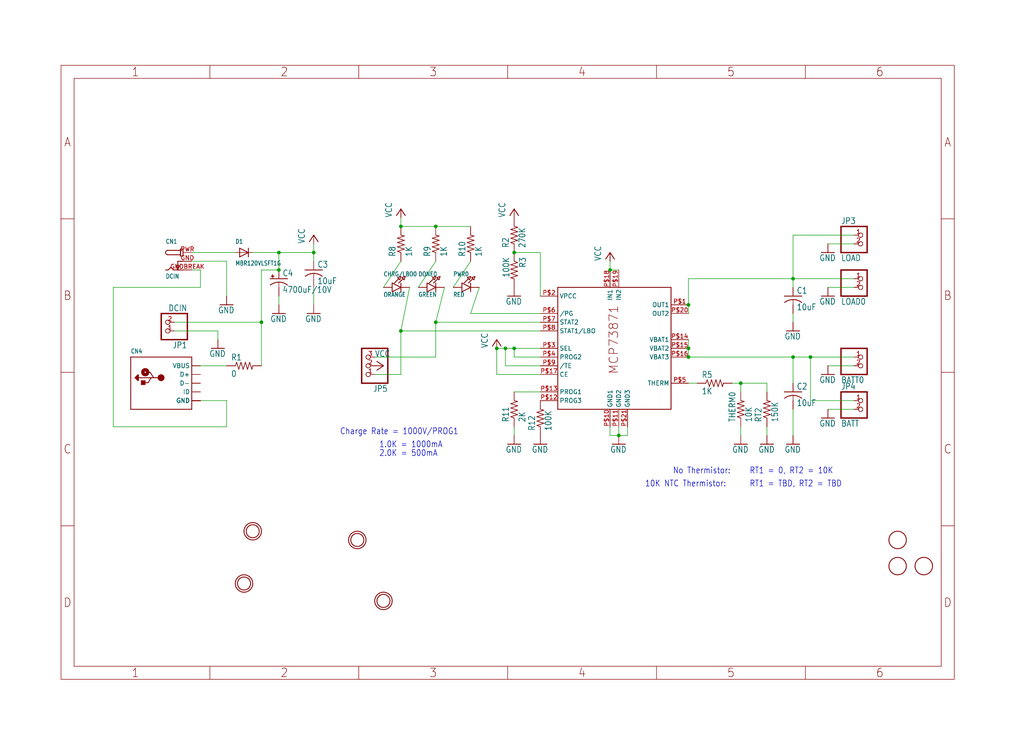
<source format=kicad_sch>
(kicad_sch (version 20230121) (generator eeschema)
  (paper "User" 298.45 217.322)
  (lib_symbols
    (symbol "working-eagle-import:C-USC0805K"
      (property "Reference" "C" (at 1.016 0.635 0))
      (symbol "C-USC0805K_1_0"
        (arc (start 0 -1.0161) (mid -1.302 -1.2303) (end -2.4668 -1.8504) (stroke (width 0.254)))
        (polyline (pts (xy -2.54 0) (xy 2.54 0)) (stroke (width 0.254)))
        (polyline (pts (xy 0 -1.016) (xy 0 -2.54)) (stroke (width 0.1524)))
        (arc (start 2.4892 -1.8541) (mid 1.3158 -1.2194) (end 0 -1) (stroke (width 0.254)))
        (pin passive line (at 0 2.54 270) (length 2.54) (name "1") (number "1"))
        (pin passive line (at 0 -5.08 90) (length 2.54) (name "2") (number "2"))
      )
    )
    (symbol "working-eagle-import:CPOL-USE5-13"
      (property "Reference" "C" (at 1.016 0.635 0))
      (symbol "CPOL-USE5-13_1_0"
        (rectangle (start -2.253 0.668) (end -1.364 0.795) (fill (type outline)))
        (rectangle (start -1.872 0.287) (end -1.745 1.176) (fill (type outline)))
        (arc (start 0 -1.0161) (mid -1.3021 -1.2303) (end -2.4669 -1.8504) (stroke (width 0.254)))
        (polyline (pts (xy -2.54 0) (xy 2.54 0)) (stroke (width 0.254)))
        (polyline (pts (xy 0 -1.016) (xy 0 -2.54)) (stroke (width 0.1524)))
        (arc (start 2.4892 -1.8541) (mid 1.3158 -1.2194) (end 0 -1) (stroke (width 0.254)))
        (pin passive line (at 0 2.54 270) (length 2.54) (name "+") (number "+"))
        (pin passive line (at 0 -5.08 90) (length 2.54) (name "-") (number "-"))
      )
    )
    (symbol "working-eagle-import:DCBARRELSMT"
      (property "Reference" "X" (at -5.08 5.08 0))
      (symbol "DCBARRELSMT_1_0"
        (arc (start -4.445 3.175) (mid -5.0773 2.54) (end -4.445 1.905) (stroke (width 0.254)))
        (polyline (pts (xy -5.08 -2.54) (xy -4.318 -2.54)) (stroke (width 0.254)))
        (polyline (pts (xy -4.318 -2.54) (xy -3.556 -1.778)) (stroke (width 0.254)))
        (polyline (pts (xy -3.556 -1.778) (xy -2.794 -2.54)) (stroke (width 0.254)))
        (polyline (pts (xy -2.032 -1.27) (xy -1.524 -1.27)) (stroke (width 0.254)))
        (polyline (pts (xy -1.524 -2.54) (xy -2.794 -2.54)) (stroke (width 0.254)))
        (polyline (pts (xy -1.524 -2.54) (xy -2.032 -1.27)) (stroke (width 0.254)))
        (polyline (pts (xy -1.524 -1.27) (xy -1.016 -1.27)) (stroke (width 0.254)))
        (polyline (pts (xy -1.524 0) (xy -1.524 -1.27)) (stroke (width 0.254)))
        (polyline (pts (xy -1.016 -1.27) (xy -1.524 -2.54)) (stroke (width 0.254)))
        (polyline (pts (xy -0.762 1.524) (xy -0.762 3.556)) (stroke (width 0.254)))
        (polyline (pts (xy -0.762 1.905) (xy -4.445 1.905)) (stroke (width 0.254)))
        (polyline (pts (xy -0.762 3.175) (xy -4.445 3.175)) (stroke (width 0.254)))
        (polyline (pts (xy -0.762 3.175) (xy -0.762 1.905)) (stroke (width 0.254)))
        (polyline (pts (xy -0.762 3.556) (xy 0 3.556)) (stroke (width 0.254)))
        (polyline (pts (xy 0 -2.54) (xy -1.524 -2.54)) (stroke (width 0.254)))
        (polyline (pts (xy 0 0) (xy -1.524 0)) (stroke (width 0.254)))
        (polyline (pts (xy 0 1.524) (xy -0.762 1.524)) (stroke (width 0.254)))
        (polyline (pts (xy 0 3.556) (xy 0 1.524)) (stroke (width 0.254)))
        (pin power_in line (at 2.54 0 180) (length 2.54) (name "GNDBREAK") (number "GND"))
        (pin power_in line (at 2.54 -2.54 180) (length 2.54) (name "GND") (number "GNDBREAK"))
        (pin power_in line (at 2.54 2.54 180) (length 2.54) (name "PWR") (number "PWR"))
      )
    )
    (symbol "working-eagle-import:DIODESOD-123"
      (property "Reference" "D" (at -2.54 2.54 0))
      (symbol "DIODESOD-123_1_0"
        (polyline (pts (xy -1.27 -1.27) (xy 1.27 0)) (stroke (width 0.254)))
        (polyline (pts (xy -1.27 1.27) (xy -1.27 -1.27)) (stroke (width 0.254)))
        (polyline (pts (xy 1.27 0) (xy -1.27 1.27)) (stroke (width 0.254)))
        (polyline (pts (xy 1.27 0) (xy 1.27 -1.27)) (stroke (width 0.254)))
        (polyline (pts (xy 1.27 1.27) (xy 1.27 0)) (stroke (width 0.254)))
        (pin passive line (at -2.54 0 0) (length 2.54) (name "A") (number "A"))
        (pin passive line (at 2.54 0 180) (length 2.54) (name "C") (number "C"))
      )
    )
    (symbol "working-eagle-import:FIDUCIAL"
      (symbol "FIDUCIAL_1_0"
        (circle (center 0 0) (radius 2.54) (stroke (width 0.254)))
      )
    )
    (symbol "working-eagle-import:FRAME_A4"
      (symbol "FRAME_A4_1_0"
        (polyline (pts (xy 0 44.7675) (xy 3.81 44.7675)))
        (polyline (pts (xy 0 89.535) (xy 3.81 89.535)))
        (polyline (pts (xy 0 134.3025) (xy 3.81 134.3025)))
        (polyline (pts (xy 3.81 3.81) (xy 3.81 175.26)))
        (polyline (pts (xy 43.3917 0) (xy 43.3917 3.81)))
        (polyline (pts (xy 43.3917 175.26) (xy 43.3917 179.07)))
        (polyline (pts (xy 86.7833 0) (xy 86.7833 3.81)))
        (polyline (pts (xy 86.7833 175.26) (xy 86.7833 179.07)))
        (polyline (pts (xy 130.175 0) (xy 130.175 3.81)))
        (polyline (pts (xy 130.175 175.26) (xy 130.175 179.07)))
        (polyline (pts (xy 173.5667 0) (xy 173.5667 3.81)))
        (polyline (pts (xy 173.5667 175.26) (xy 173.5667 179.07)))
        (polyline (pts (xy 216.9583 0) (xy 216.9583 3.81)))
        (polyline (pts (xy 216.9583 175.26) (xy 216.9583 179.07)))
        (polyline (pts (xy 256.54 3.81) (xy 3.81 3.81)))
        (polyline (pts (xy 256.54 3.81) (xy 256.54 8.89)) (stroke (width 0.1016)))
        (polyline (pts (xy 256.54 3.81) (xy 256.54 175.26)))
        (polyline (pts (xy 256.54 8.89) (xy 256.54 13.97)) (stroke (width 0.1016)))
        (polyline (pts (xy 256.54 13.97) (xy 256.54 19.05)) (stroke (width 0.1016)))
        (polyline (pts (xy 256.54 19.05) (xy 256.54 36.83)) (stroke (width 0.1016)))
        (polyline (pts (xy 256.54 44.7675) (xy 260.35 44.7675)))
        (polyline (pts (xy 256.54 89.535) (xy 260.35 89.535)))
        (polyline (pts (xy 256.54 134.3025) (xy 260.35 134.3025)))
        (polyline (pts (xy 256.54 175.26) (xy 3.81 175.26)))
        (polyline (pts (xy 0 0) (xy 260.35 0) (xy 260.35 179.07) (xy 0 179.07) (xy 0 0)))
        (text "1" (at 21.6958 1.905 0) (effects (font (size 2.54 2.286))))
        (text "1" (at 21.6958 177.165 0) (effects (font (size 2.54 2.286))))
        (text "2" (at 65.0875 1.905 0) (effects (font (size 2.54 2.286))))
        (text "2" (at 65.0875 177.165 0) (effects (font (size 2.54 2.286))))
        (text "3" (at 108.4792 1.905 0) (effects (font (size 2.54 2.286))))
        (text "3" (at 108.4792 177.165 0) (effects (font (size 2.54 2.286))))
        (text "4" (at 151.8708 1.905 0) (effects (font (size 2.54 2.286))))
        (text "4" (at 151.8708 177.165 0) (effects (font (size 2.54 2.286))))
        (text "5" (at 195.2625 1.905 0) (effects (font (size 2.54 2.286))))
        (text "5" (at 195.2625 177.165 0) (effects (font (size 2.54 2.286))))
        (text "6" (at 238.6542 1.905 0) (effects (font (size 2.54 2.286))))
        (text "6" (at 238.6542 177.165 0) (effects (font (size 2.54 2.286))))
        (text "A" (at 1.905 156.6863 0) (effects (font (size 2.54 2.286))))
        (text "A" (at 258.445 156.6863 0) (effects (font (size 2.54 2.286))))
        (text "B" (at 1.905 111.9188 0) (effects (font (size 2.54 2.286))))
        (text "B" (at 258.445 111.9188 0) (effects (font (size 2.54 2.286))))
        (text "C" (at 1.905 67.1513 0) (effects (font (size 2.54 2.286))))
        (text "C" (at 258.445 67.1513 0) (effects (font (size 2.54 2.286))))
        (text "D" (at 1.905 22.3838 0) (effects (font (size 2.54 2.286))))
        (text "D" (at 258.445 22.3838 0) (effects (font (size 2.54 2.286))))
      )
      (symbol "FRAME_A4_2_0"
        (polyline (pts (xy 1.27 -6.35) (xy 1.27 0)) (stroke (width 0.1016)))
        (polyline (pts (xy 1.27 0) (xy 82.55 0)) (stroke (width 0.1016)))
        (polyline (pts (xy 82.55 -6.35) (xy 1.27 -6.35)) (stroke (width 0.1016)))
        (polyline (pts (xy 82.55 0) (xy 82.55 -6.35)) (stroke (width 0.1016)))
        (text "PART OR WHOLE IS STRICTLY PROHIBITED WITHOUT WRITTEN PERMISSION!" (at 3.81 -5.08 0) (effects (font (size 1.27 1.0795)) (justify left bottom)))
        (text "PROPRIETARY" (at 3.81 -10.16 0) (effects (font (size 2.54 2.159) (thickness 0.4318) bold) (justify left bottom)))
        (text "THIS DRAWING CONTAINS CONFIDENTIAL INFORMATION. ANY REPRODUCTION IN" (at 3.81 -2.794 0) (effects (font (size 1.27 1.0795)) (justify left bottom)))
      )
      (symbol "FRAME_A4_3_0"
        (polyline (pts (xy 0 1.27) (xy 20.32 1.27)) (stroke (width 0.6096)))
        (polyline (pts (xy 0 10.16) (xy 0 1.27)) (stroke (width 0.6096)))
        (polyline (pts (xy 0 10.16) (xy 20.32 10.16)) (stroke (width 0.3048)))
        (polyline (pts (xy 0 19.05) (xy 0 10.16)) (stroke (width 0.6096)))
        (polyline (pts (xy 0 19.05) (xy 20.32 19.05)) (stroke (width 0.3048)))
        (polyline (pts (xy 0 27.94) (xy 0 19.05)) (stroke (width 0.6096)))
        (polyline (pts (xy 0 27.94) (xy 20.32 27.94)) (stroke (width 0.3048)))
        (polyline (pts (xy 0 34.29) (xy 0 27.94)) (stroke (width 0.6096)))
        (polyline (pts (xy 20.32 1.27) (xy 20.32 6.35)) (stroke (width 0.3048)))
        (polyline (pts (xy 20.32 1.27) (xy 95.885 1.27)) (stroke (width 0.6096)))
        (polyline (pts (xy 20.32 6.35) (xy 20.32 10.16)) (stroke (width 0.3048)))
        (polyline (pts (xy 20.32 6.35) (xy 88.9 6.35)) (stroke (width 0.3048)))
        (polyline (pts (xy 20.32 10.16) (xy 20.32 19.05)) (stroke (width 0.3048)))
        (polyline (pts (xy 20.32 16.51) (xy 20.32 19.05)) (stroke (width 0.3048)))
        (polyline (pts (xy 20.32 19.05) (xy 20.32 27.94)) (stroke (width 0.3048)))
        (polyline (pts (xy 20.32 27.94) (xy 20.32 34.29)) (stroke (width 0.3048)))
        (polyline (pts (xy 20.32 27.94) (xy 65.0875 27.94)) (stroke (width 0.3048)))
        (polyline (pts (xy 20.32 34.29) (xy 0 34.29)) (stroke (width 0.6096)))
        (polyline (pts (xy 65.0875 27.94) (xy 106.045 27.94)) (stroke (width 0.3048)))
        (polyline (pts (xy 65.0875 34.29) (xy 20.32 34.29)) (stroke (width 0.6096)))
        (polyline (pts (xy 88.9 6.35) (xy 95.885 6.35)) (stroke (width 0.3048)))
        (polyline (pts (xy 88.9 16.51) (xy 20.32 16.51)) (stroke (width 0.3048)))
        (polyline (pts (xy 88.9 16.51) (xy 88.9 6.35)) (stroke (width 0.3048)))
        (polyline (pts (xy 95.885 1.27) (xy 121.92 1.27)) (stroke (width 0.6096)))
        (polyline (pts (xy 95.885 6.35) (xy 95.885 1.27)) (stroke (width 0.3048)))
        (polyline (pts (xy 95.885 6.35) (xy 121.92 6.35)) (stroke (width 0.3048)))
        (polyline (pts (xy 101.6 13.0175) (xy 102.5525 13.0175)) (stroke (width 0.254)))
        (polyline (pts (xy 106.045 27.94) (xy 106.045 34.29)) (stroke (width 0.3048)))
        (polyline (pts (xy 106.045 27.94) (xy 110.49 27.94)) (stroke (width 0.3048)))
        (polyline (pts (xy 106.045 34.29) (xy 65.0875 34.29)) (stroke (width 0.6096)))
        (polyline (pts (xy 110.49 16.51) (xy 88.9 16.51)) (stroke (width 0.3048)))
        (polyline (pts (xy 110.49 27.94) (xy 110.49 16.51)) (stroke (width 0.3048)))
        (polyline (pts (xy 110.49 27.94) (xy 113.03 27.94)) (stroke (width 0.3048)))
        (polyline (pts (xy 113.03 27.94) (xy 121.92 27.94)) (stroke (width 0.3048)))
        (polyline (pts (xy 113.03 34.29) (xy 106.045 34.29)) (stroke (width 0.6096)))
        (polyline (pts (xy 121.92 6.35) (xy 121.92 1.27)) (stroke (width 0.6096)))
        (polyline (pts (xy 121.92 16.51) (xy 110.49 16.51)) (stroke (width 0.3048)))
        (polyline (pts (xy 121.92 16.51) (xy 121.92 6.35)) (stroke (width 0.6096)))
        (polyline (pts (xy 121.92 27.94) (xy 121.92 16.51)) (stroke (width 0.6096)))
        (polyline (pts (xy 121.92 34.29) (xy 113.03 34.29)) (stroke (width 0.6096)))
        (polyline (pts (xy 121.92 34.29) (xy 121.92 27.94)) (stroke (width 0.6096)))
        (circle (center 109.5375 31.115) (radius 1.4199) (stroke (width 0.254)))
        (text "${#}/${##}" (at 109.22 2.54 0) (effects (font (size 2.54 2.54)) (justify left bottom)))
        (text "${CHECKED}" (at 2.54 11.43 0) (effects (font (size 1.778 1.5113)) (justify left bottom)))
        (text "${COMPANY}" (at 23.6538 29.3687 0) (effects (font (size 3.175 2.6987) (thickness 0.5397) bold) (justify left bottom)))
        (text "${CURRENT_DATE}" (at 33.02 8.89 0) (effects (font (size 2.54 2.159)) (justify left bottom)))
        (text "${DATE}" (at 2.54 2.54 0) (effects (font (size 1.778 1.5113)) (justify left bottom)))
        (text "${DRAWN}" (at 2.54 20.32 0) (effects (font (size 1.778 1.5113)) (justify left bottom)))
        (text "${DRGNO}" (at 91.44 8.89 0) (effects (font (size 2.1844 1.8567)) (justify left bottom)))
        (text "${PROJECTNAME}" (at 33.3375 2.54 0) (effects (font (size 2.54 2.159)) (justify left bottom)))
        (text "${REV}" (at 114.3 18.415 0) (effects (font (size 3.81 3.2385)) (justify left bottom)))
        (text "2013" (at 112.7125 30.1625 0) (effects (font (size 1.778 1.5113)) (justify left bottom)))
        (text "C" (at 109.0612 30.48 0) (effects (font (size 1.27 1.0795)) (justify left bottom)))
        (text "CHECKED" (at 1.27 15.875 0) (effects (font (size 1.778 1.5113)) (justify left bottom)))
        (text "DATE" (at 1.27 6.985 0) (effects (font (size 1.778 1.5113)) (justify left bottom)))
        (text "DATE" (at 21.59 12.7 0) (effects (font (size 2.54 2.54)) (justify left bottom)))
        (text "DRAWN" (at 1.27 24.765 0) (effects (font (size 1.778 1.5113)) (justify left bottom)))
        (text "DRG" (at 90.17 12.7 0) (effects (font (size 2.54 2.54)) (justify left bottom)))
        (text "FILE:" (at 21.59 2.54 0) (effects (font (size 2.54 2.54)) (justify left bottom)))
        (text "ISSUE" (at 5.3975 30.1625 0) (effects (font (size 1.9304 1.6408)) (justify left bottom)))
        (text "N" (at 98.7425 12.7 0) (effects (font (size 2.54 2.54)) (justify left bottom)))
        (text "o" (at 101.2825 13.6525 0) (effects (font (size 2.1844 1.8567)) (justify left bottom)))
        (text "PAGE:" (at 97.155 2.54 0) (effects (font (size 2.54 2.54)) (justify left bottom)))
        (text "REV" (at 112.7125 24.13 0) (effects (font (size 2.54 2.54)) (justify left bottom)))
        (text "TITLE" (at 21.59 24.13 0) (effects (font (size 2.54 2.54)) (justify left bottom)))
      )
    )
    (symbol "working-eagle-import:GND" (power)
      (property "Value" "GND" (at -2.54 -2.54 0))
      (symbol "GND_1_0"
        (polyline (pts (xy -1.905 0) (xy 1.905 0)) (stroke (width 0.254)))
        (pin power_in line (at 0 2.54 270) (length 2.54) (name "GND") (number "1"))
      )
    )
    (symbol "working-eagle-import:HEADER-1X2"
      (property "Reference" "JP" (at -6.35 5.715 0))
      (symbol "HEADER-1X2_1_0"
        (polyline (pts (xy -6.35 -2.54) (xy 1.27 -2.54)) (stroke (width 0.4064)))
        (polyline (pts (xy -6.35 5.08) (xy -6.35 -2.54)) (stroke (width 0.4064)))
        (polyline (pts (xy 1.27 -2.54) (xy 1.27 5.08)) (stroke (width 0.4064)))
        (polyline (pts (xy 1.27 5.08) (xy -6.35 5.08)) (stroke (width 0.4064)))
        (pin passive inverted (at -2.54 2.54 0) (length 2.54) (name "1") (number "1"))
        (pin passive inverted (at -2.54 0 0) (length 2.54) (name "2") (number "2"))
      )
    )
    (symbol "working-eagle-import:HEADER-1X2ROUND"
      (property "Reference" "JP" (at -6.35 5.715 0))
      (symbol "HEADER-1X2ROUND_1_0"
        (polyline (pts (xy -6.35 -2.54) (xy 1.27 -2.54)) (stroke (width 0.4064)))
        (polyline (pts (xy -6.35 5.08) (xy -6.35 -2.54)) (stroke (width 0.4064)))
        (polyline (pts (xy 1.27 -2.54) (xy 1.27 5.08)) (stroke (width 0.4064)))
        (polyline (pts (xy 1.27 5.08) (xy -6.35 5.08)) (stroke (width 0.4064)))
        (pin passive inverted (at -2.54 2.54 0) (length 2.54) (name "1") (number "1"))
        (pin passive inverted (at -2.54 0 0) (length 2.54) (name "2") (number "2"))
      )
    )
    (symbol "working-eagle-import:JST_2PIN-SMT-RA"
      (property "Reference" "CN" (at -6.35 5.715 0))
      (symbol "JST_2PIN-SMT-RA_1_0"
        (polyline (pts (xy -6.35 -2.54) (xy 1.27 -2.54)) (stroke (width 0.4064)))
        (polyline (pts (xy -6.35 5.08) (xy -6.35 -2.54)) (stroke (width 0.4064)))
        (polyline (pts (xy 1.27 -2.54) (xy 1.27 5.08)) (stroke (width 0.4064)))
        (polyline (pts (xy 1.27 5.08) (xy -6.35 5.08)) (stroke (width 0.4064)))
        (pin passive inverted (at -2.54 0 0) (length 2.54) (name "2") (number "1"))
        (pin passive inverted (at -2.54 2.54 0) (length 2.54) (name "1") (number "2"))
      )
    )
    (symbol "working-eagle-import:LED0805_NOOUTLINE"
      (property "Reference" "LED" (at -5.08 3.175 0))
      (symbol "LED0805_NOOUTLINE_1_0"
        (polyline (pts (xy -2.54 -1.27) (xy 0 0)) (stroke (width 0.254)))
        (polyline (pts (xy -2.54 1.27) (xy -2.54 -1.27)) (stroke (width 0.254)))
        (polyline (pts (xy -1.905 1.27) (xy -0.635 2.54)) (stroke (width 0.254)))
        (polyline (pts (xy -0.9525 2.8575) (xy -0.3175 2.2225)) (stroke (width 0.254)))
        (polyline (pts (xy -0.635 1.27) (xy 0.635 2.54)) (stroke (width 0.254)))
        (polyline (pts (xy -0.3175 2.2225) (xy 0 3.175)) (stroke (width 0.254)))
        (polyline (pts (xy 0 0) (xy -2.54 1.27)) (stroke (width 0.254)))
        (polyline (pts (xy 0 0) (xy 0 -1.27)) (stroke (width 0.254)))
        (polyline (pts (xy 0 1.27) (xy 0 0)) (stroke (width 0.254)))
        (polyline (pts (xy 0 3.175) (xy -0.9525 2.8575)) (stroke (width 0.254)))
        (polyline (pts (xy 0.3175 2.8575) (xy 0.9525 2.2225)) (stroke (width 0.254)))
        (polyline (pts (xy 0.9525 2.2225) (xy 1.27 3.175)) (stroke (width 0.254)))
        (polyline (pts (xy 1.27 3.175) (xy 0.3175 2.8575)) (stroke (width 0.254)))
        (pin passive line (at -5.08 0 0) (length 2.54) (name "A") (number "A"))
        (pin passive line (at 2.54 0 180) (length 2.54) (name "C") (number "C"))
      )
    )
    (symbol "working-eagle-import:MCP73871"
      (symbol "MCP73871_1_0"
        (polyline (pts (xy -15.24 -17.78) (xy -15.24 17.78)) (stroke (width 0.254)))
        (polyline (pts (xy -15.24 17.78) (xy 17.78 17.78)) (stroke (width 0.254)))
        (polyline (pts (xy 17.78 -17.78) (xy -15.24 -17.78)) (stroke (width 0.254)))
        (polyline (pts (xy 17.78 17.78) (xy 17.78 -17.78)) (stroke (width 0.254)))
        (text "MCP73871" (at 2.54 -7.62 900) (effects (font (size 2.54 2.54)) (justify left bottom)))
        (pin output line (at 22.86 12.7 180) (length 5.08) (name "OUT1") (number "P$1"))
        (pin power_in line (at 0 -22.86 90) (length 5.08) (name "GND1") (number "P$10"))
        (pin power_in line (at 2.54 -22.86 90) (length 5.08) (name "GND2") (number "P$11"))
        (pin input line (at -20.32 -15.24 0) (length 5.08) (name "PROG3") (number "P$12"))
        (pin input line (at -20.32 -12.7 0) (length 5.08) (name "PROG1") (number "P$13"))
        (pin output line (at 22.86 2.54 180) (length 5.08) (name "VBAT1") (number "P$14"))
        (pin output line (at 22.86 0 180) (length 5.08) (name "VBAT2") (number "P$15"))
        (pin output line (at 22.86 -2.54 180) (length 5.08) (name "VBAT3") (number "P$16"))
        (pin input line (at -20.32 -7.62 0) (length 5.08) (name "CE") (number "P$17"))
        (pin input line (at 0 22.86 270) (length 5.08) (name "IN1") (number "P$18"))
        (pin input line (at 2.54 22.86 270) (length 5.08) (name "IN2") (number "P$19"))
        (pin input line (at -20.32 15.24 0) (length 5.08) (name "VPCC") (number "P$2"))
        (pin output line (at 22.86 10.16 180) (length 5.08) (name "OUT2") (number "P$20"))
        (pin power_in line (at 5.08 -22.86 90) (length 5.08) (name "GND3") (number "P$21"))
        (pin input line (at -20.32 0 0) (length 5.08) (name "SEL") (number "P$3"))
        (pin input line (at -20.32 -2.54 0) (length 5.08) (name "PROG2") (number "P$4"))
        (pin input line (at 22.86 -10.16 180) (length 5.08) (name "THERM") (number "P$5"))
        (pin output line (at -20.32 10.16 0) (length 5.08) (name "/PG") (number "P$6"))
        (pin output line (at -20.32 7.62 0) (length 5.08) (name "STAT2") (number "P$7"))
        (pin output line (at -20.32 5.08 0) (length 5.08) (name "STAT1/LBO") (number "P$8"))
        (pin input line (at -20.32 -5.08 0) (length 5.08) (name "/TE") (number "P$9"))
      )
    )
    (symbol "working-eagle-import:MOUNTINGHOLE2.5"
      (symbol "MOUNTINGHOLE2.5_1_0"
        (circle (center 0 0) (radius 1.905) (stroke (width 0.254)))
        (circle (center 0 0) (radius 2.54) (stroke (width 0.254)))
      )
    )
    (symbol "working-eagle-import:PINHD-1X3CB"
      (property "Reference" "JP" (at -6.35 5.715 0))
      (symbol "PINHD-1X3CB_1_0"
        (polyline (pts (xy -6.35 -5.08) (xy 1.27 -5.08)) (stroke (width 0.4064)))
        (polyline (pts (xy -6.35 5.08) (xy -6.35 -5.08)) (stroke (width 0.4064)))
        (polyline (pts (xy 1.27 -5.08) (xy 1.27 5.08)) (stroke (width 0.4064)))
        (polyline (pts (xy 1.27 5.08) (xy -6.35 5.08)) (stroke (width 0.4064)))
        (pin passive inverted (at -2.54 2.54 0) (length 2.54) (name "1") (number "1"))
        (pin passive inverted (at -2.54 0 0) (length 2.54) (name "2") (number "2"))
        (pin passive inverted (at -2.54 -2.54 0) (length 2.54) (name "3") (number "3"))
      )
    )
    (symbol "working-eagle-import:R-US_FLIPFLOP"
      (property "Reference" "R" (at -3.81 1.4986 0))
      (symbol "R-US_FLIPFLOP_1_0"
        (polyline (pts (xy -2.54 0) (xy -2.159 1.016)) (stroke (width 0.2032)))
        (polyline (pts (xy -2.159 1.016) (xy -1.524 -1.016)) (stroke (width 0.2032)))
        (polyline (pts (xy -1.524 -1.016) (xy -0.889 1.016)) (stroke (width 0.2032)))
        (polyline (pts (xy -0.889 1.016) (xy -0.254 -1.016)) (stroke (width 0.2032)))
        (polyline (pts (xy -0.254 -1.016) (xy 0.381 1.016)) (stroke (width 0.2032)))
        (polyline (pts (xy 0.381 1.016) (xy 1.016 -1.016)) (stroke (width 0.2032)))
        (polyline (pts (xy 1.016 -1.016) (xy 1.651 1.016)) (stroke (width 0.2032)))
        (polyline (pts (xy 1.651 1.016) (xy 2.286 -1.016)) (stroke (width 0.2032)))
        (polyline (pts (xy 2.286 -1.016) (xy 2.54 0)) (stroke (width 0.2032)))
        (pin passive line (at -5.08 0 0) (length 2.54) (name "1") (number "1"))
        (pin passive line (at 5.08 0 180) (length 2.54) (name "2") (number "2"))
      )
    )
    (symbol "working-eagle-import:R-US_M0805"
      (property "Reference" "R" (at -3.81 1.4986 0))
      (symbol "R-US_M0805_1_0"
        (polyline (pts (xy -2.54 0) (xy -2.159 1.016)) (stroke (width 0.2032)))
        (polyline (pts (xy -2.159 1.016) (xy -1.524 -1.016)) (stroke (width 0.2032)))
        (polyline (pts (xy -1.524 -1.016) (xy -0.889 1.016)) (stroke (width 0.2032)))
        (polyline (pts (xy -0.889 1.016) (xy -0.254 -1.016)) (stroke (width 0.2032)))
        (polyline (pts (xy -0.254 -1.016) (xy 0.381 1.016)) (stroke (width 0.2032)))
        (polyline (pts (xy 0.381 1.016) (xy 1.016 -1.016)) (stroke (width 0.2032)))
        (polyline (pts (xy 1.016 -1.016) (xy 1.651 1.016)) (stroke (width 0.2032)))
        (polyline (pts (xy 1.651 1.016) (xy 2.286 -1.016)) (stroke (width 0.2032)))
        (polyline (pts (xy 2.286 -1.016) (xy 2.54 0)) (stroke (width 0.2032)))
        (pin passive line (at -5.08 0 0) (length 2.54) (name "1") (number "1"))
        (pin passive line (at 5.08 0 180) (length 2.54) (name "2") (number "2"))
      )
    )
    (symbol "working-eagle-import:R-US_R0805"
      (property "Reference" "R" (at -3.81 1.4986 0))
      (symbol "R-US_R0805_1_0"
        (polyline (pts (xy -2.54 0) (xy -2.159 1.016)) (stroke (width 0.2032)))
        (polyline (pts (xy -2.159 1.016) (xy -1.524 -1.016)) (stroke (width 0.2032)))
        (polyline (pts (xy -1.524 -1.016) (xy -0.889 1.016)) (stroke (width 0.2032)))
        (polyline (pts (xy -0.889 1.016) (xy -0.254 -1.016)) (stroke (width 0.2032)))
        (polyline (pts (xy -0.254 -1.016) (xy 0.381 1.016)) (stroke (width 0.2032)))
        (polyline (pts (xy 0.381 1.016) (xy 1.016 -1.016)) (stroke (width 0.2032)))
        (polyline (pts (xy 1.016 -1.016) (xy 1.651 1.016)) (stroke (width 0.2032)))
        (polyline (pts (xy 1.651 1.016) (xy 2.286 -1.016)) (stroke (width 0.2032)))
        (polyline (pts (xy 2.286 -1.016) (xy 2.54 0)) (stroke (width 0.2032)))
        (pin passive line (at -5.08 0 0) (length 2.54) (name "1") (number "1"))
        (pin passive line (at 5.08 0 180) (length 2.54) (name "2") (number "2"))
      )
    )
    (symbol "working-eagle-import:USBMINIBLARGE"
      (property "Reference" "X" (at -10.16 8.636 0))
      (symbol "USBMINIBLARGE_1_0"
        (rectangle (start -7.12 -0.45) (end -5.92 0.75) (fill (type outline)))
        (circle (center -5.92 3.2) (radius 0.2) (stroke (width 1)))
        (circle (center -1.32 1.6) (radius 0.5) (stroke (width 1)))
        (polyline (pts (xy -10.2 7.62) (xy -10.16 7.62)) (stroke (width 0.254)))
        (polyline (pts (xy -10.16 -7.62) (xy 7.62 -7.62)) (stroke (width 0.254)))
        (polyline (pts (xy -10.16 7.62) (xy -10.16 -7.62)) (stroke (width 0.254)))
        (polyline (pts (xy -10.16 7.62) (xy 7.62 7.62)) (stroke (width 0.254)))
        (polyline (pts (xy -8.92 1.6) (xy -8.12 2.4)) (stroke (width 0.254)))
        (polyline (pts (xy -8.52 1.4) (xy -8.32 1.2)) (stroke (width 0.254)))
        (polyline (pts (xy -8.52 1.6) (xy -8.52 1.4)) (stroke (width 0.254)))
        (polyline (pts (xy -8.32 1.2) (xy -8.32 2)) (stroke (width 0.254)))
        (polyline (pts (xy -8.32 2) (xy -8.72 1.6)) (stroke (width 0.254)))
        (polyline (pts (xy -8.12 0.8) (xy -8.92 1.6)) (stroke (width 0.254)))
        (polyline (pts (xy -8.12 1) (xy -8.12 2.4)) (stroke (width 0.254)))
        (polyline (pts (xy -8.12 2.4) (xy -7.92 2.4)) (stroke (width 0.254)))
        (polyline (pts (xy -7.92 0.8) (xy -8.12 0.8)) (stroke (width 0.254)))
        (polyline (pts (xy -7.92 1.6) (xy -7.92 0.8)) (stroke (width 0.254)))
        (polyline (pts (xy -7.92 2.4) (xy -7.92 1.6)) (stroke (width 0.254)))
        (polyline (pts (xy -6.27 0.15) (xy -5.07 0.15)) (stroke (width 0.254)))
        (polyline (pts (xy -5.52 3.2) (xy -4.52 3.2)) (stroke (width 0.254)))
        (polyline (pts (xy -5.07 0.15) (xy -4.22 1.6)) (stroke (width 0.254)))
        (polyline (pts (xy -4.52 3.2) (xy -3.47 1.6)) (stroke (width 0.254)))
        (polyline (pts (xy -4.22 1.6) (xy -7.92 1.6)) (stroke (width 0.254)))
        (polyline (pts (xy -3.47 1.6) (xy -4.22 1.6)) (stroke (width 0.254)))
        (polyline (pts (xy -1.32 1.6) (xy -3.47 1.6)) (stroke (width 0.254)))
        (polyline (pts (xy 7.62 7.62) (xy 7.62 -7.62)) (stroke (width 0.254)))
        (pin bidirectional line (at 10.16 2.54 180) (length 2.54) (name "D+") (number "D+"))
        (pin bidirectional line (at 10.16 0 180) (length 2.54) (name "D-") (number "D-"))
        (pin power_in line (at 10.16 -5.08 180) (length 2.54) (name "GND") (number "GND"))
        (pin power_in line (at 10.16 -5.08 180) (length 2.54) (name "GND") (number "GND1"))
        (pin power_in line (at 10.16 -5.08 180) (length 2.54) (name "GND") (number "GND2"))
        (pin power_in line (at 10.16 -5.08 180) (length 2.54) (name "GND") (number "GND3"))
        (pin power_in line (at 10.16 -5.08 180) (length 2.54) (name "GND") (number "GND4"))
        (pin bidirectional line (at 10.16 -2.54 180) (length 2.54) (name "ID") (number "ID"))
        (pin power_in line (at 10.16 5.08 180) (length 2.54) (name "VBUS") (number "VBUS"))
      )
    )
    (symbol "working-eagle-import:VCC" (power)
      (property "Value" "VCC" (at -2.54 -2.54 90))
      (symbol "VCC_1_0"
        (polyline (pts (xy 0 0) (xy -1.27 -1.905)) (stroke (width 0.254)))
        (polyline (pts (xy 1.27 -1.905) (xy 0 0)) (stroke (width 0.254)))
        (pin power_in line (at 0 -2.54 90) (length 2.54) (name "VCC") (number "1"))
      )
    )
  )
  (junction (at 81.28 78.74))
  (junction (at 200.66 101.6))
  (junction (at 231.14 104.14))
  (junction (at 149.86 73.66))
  (junction (at 147.32 101.6))
  (junction (at 127 66.04))
  (junction (at 81.28 73.66))
  (junction (at 116.84 66.04))
  (junction (at 91.44 73.66))
  (junction (at 116.84 96.52))
  (junction (at 200.66 104.14))
  (junction (at 200.66 88.9))
  (junction (at 76.2 93.98))
  (junction (at 127 93.98))
  (junction (at 177.8 78.74))
  (junction (at 215.9 111.76))
  (junction (at 149.86 101.6))
  (junction (at 144.78 101.6))
  (junction (at 180.34 127))
  (junction (at 236.22 104.14))
  (junction (at 231.14 81.28))
  (wire (pts (xy 116.84 96.52) (xy 119.38 83.82)) (stroke (width 0.1524)))
  (wire (pts (xy 157.48 114.3) (xy 149.86 114.3)) (stroke (width 0.1524)))
  (wire (pts (xy 109.22 104.14) (xy 127 104.14)) (stroke (width 0.1524)))
  (wire (pts (xy 241.3 83.82) (xy 248.92 83.82)) (stroke (width 0.1524)))
  (wire (pts (xy 149.86 104.14) (xy 149.86 101.6)) (stroke (width 0.1524)))
  (wire (pts (xy 248.92 71.12) (xy 241.3 71.12)) (stroke (width 0.1524)))
  (wire (pts (xy 177.8 127) (xy 180.34 127)) (stroke (width 0.1524)))
  (wire (pts (xy 50.8 93.98) (xy 76.2 93.98)) (stroke (width 0.1524)))
  (wire (pts (xy 200.66 99.06) (xy 200.66 101.6)) (stroke (width 0.1524)))
  (wire (pts (xy 200.66 111.76) (xy 203.2 111.76)) (stroke (width 0.1524)))
  (wire (pts (xy 200.66 88.9) (xy 200.66 81.28)) (stroke (width 0.1524)))
  (wire (pts (xy 58.42 106.68) (xy 66.04 106.68)) (stroke (width 0.1524)))
  (wire (pts (xy 76.2 106.68) (xy 76.2 93.98)) (stroke (width 0.1524)))
  (wire (pts (xy 180.34 78.74) (xy 177.8 78.74)) (stroke (width 0.1524)))
  (wire (pts (xy 200.66 81.28) (xy 231.14 81.28)) (stroke (width 0.1524)))
  (wire (pts (xy 127 93.98) (xy 127 104.14)) (stroke (width 0.1524)))
  (wire (pts (xy 33.02 83.82) (xy 58.42 83.82)) (stroke (width 0.1524)))
  (wire (pts (xy 248.92 68.58) (xy 231.14 68.58)) (stroke (width 0.1524)))
  (wire (pts (xy 182.88 127) (xy 180.34 127)) (stroke (width 0.1524)))
  (wire (pts (xy 91.44 83.82) (xy 91.44 88.9)) (stroke (width 0.1524)))
  (wire (pts (xy 236.22 104.14) (xy 248.92 104.14)) (stroke (width 0.1524)))
  (wire (pts (xy 182.88 124.46) (xy 182.88 127)) (stroke (width 0.1524)))
  (wire (pts (xy 127 66.04) (xy 137.16 66.04)) (stroke (width 0.1524)))
  (wire (pts (xy 58.42 116.84) (xy 66.04 116.84)) (stroke (width 0.1524)))
  (wire (pts (xy 116.84 63.5) (xy 116.84 66.04)) (stroke (width 0.1524)))
  (wire (pts (xy 116.84 76.2) (xy 111.76 83.82)) (stroke (width 0.1524)))
  (wire (pts (xy 157.48 73.66) (xy 157.48 86.36)) (stroke (width 0.1524)))
  (wire (pts (xy 248.92 116.84) (xy 236.22 116.84)) (stroke (width 0.1524)))
  (wire (pts (xy 50.8 96.52) (xy 63.5 96.52)) (stroke (width 0.1524)))
  (wire (pts (xy 33.02 124.46) (xy 33.02 83.82)) (stroke (width 0.1524)))
  (wire (pts (xy 241.3 106.68) (xy 248.92 106.68)) (stroke (width 0.1524)))
  (wire (pts (xy 81.28 86.36) (xy 81.28 88.9)) (stroke (width 0.1524)))
  (wire (pts (xy 231.14 127) (xy 231.14 119.38)) (stroke (width 0.1524)))
  (wire (pts (xy 66.04 76.2) (xy 66.04 86.36)) (stroke (width 0.1524)))
  (wire (pts (xy 58.42 78.74) (xy 55.88 78.74)) (stroke (width 0.1524)))
  (wire (pts (xy 147.32 101.6) (xy 149.86 101.6)) (stroke (width 0.1524)))
  (wire (pts (xy 231.14 83.82) (xy 231.14 81.28)) (stroke (width 0.1524)))
  (wire (pts (xy 149.86 124.46) (xy 149.86 127)) (stroke (width 0.1524)))
  (wire (pts (xy 81.28 73.66) (xy 81.28 78.74)) (stroke (width 0.1524)))
  (wire (pts (xy 76.2 93.98) (xy 76.2 78.74)) (stroke (width 0.1524)))
  (wire (pts (xy 144.78 101.6) (xy 144.78 109.22)) (stroke (width 0.1524)))
  (wire (pts (xy 58.42 83.82) (xy 58.42 78.74)) (stroke (width 0.1524)))
  (wire (pts (xy 223.52 111.76) (xy 223.52 114.3)) (stroke (width 0.1524)))
  (wire (pts (xy 200.66 101.6) (xy 200.66 104.14)) (stroke (width 0.1524)))
  (wire (pts (xy 73.66 73.66) (xy 81.28 73.66)) (stroke (width 0.1524)))
  (wire (pts (xy 180.34 124.46) (xy 180.34 127)) (stroke (width 0.1524)))
  (wire (pts (xy 144.78 101.6) (xy 147.32 101.6)) (stroke (width 0.1524)))
  (wire (pts (xy 81.28 73.66) (xy 91.44 73.66)) (stroke (width 0.1524)))
  (wire (pts (xy 236.22 116.84) (xy 236.22 104.14)) (stroke (width 0.1524)))
  (wire (pts (xy 144.78 109.22) (xy 157.48 109.22)) (stroke (width 0.1524)))
  (wire (pts (xy 147.32 106.68) (xy 147.32 101.6)) (stroke (width 0.1524)))
  (wire (pts (xy 231.14 81.28) (xy 248.92 81.28)) (stroke (width 0.1524)))
  (wire (pts (xy 132.08 83.82) (xy 137.16 76.2)) (stroke (width 0.1524)))
  (wire (pts (xy 223.52 124.46) (xy 223.52 127)) (stroke (width 0.1524)))
  (wire (pts (xy 157.48 96.52) (xy 116.84 96.52)) (stroke (width 0.1524)))
  (wire (pts (xy 200.66 91.44) (xy 200.66 88.9)) (stroke (width 0.1524)))
  (wire (pts (xy 63.5 96.52) (xy 63.5 99.06)) (stroke (width 0.1524)))
  (wire (pts (xy 231.14 93.98) (xy 231.14 91.44)) (stroke (width 0.1524)))
  (wire (pts (xy 231.14 104.14) (xy 236.22 104.14)) (stroke (width 0.1524)))
  (wire (pts (xy 121.92 83.82) (xy 127 76.2)) (stroke (width 0.1524)))
  (wire (pts (xy 177.8 124.46) (xy 177.8 127)) (stroke (width 0.1524)))
  (wire (pts (xy 157.48 93.98) (xy 127 93.98)) (stroke (width 0.1524)))
  (wire (pts (xy 231.14 111.76) (xy 231.14 104.14)) (stroke (width 0.1524)))
  (wire (pts (xy 66.04 116.84) (xy 66.04 124.46)) (stroke (width 0.1524)))
  (wire (pts (xy 215.9 124.46) (xy 215.9 127)) (stroke (width 0.1524)))
  (wire (pts (xy 109.22 109.22) (xy 116.84 109.22)) (stroke (width 0.1524)))
  (wire (pts (xy 91.44 73.66) (xy 91.44 76.2)) (stroke (width 0.1524)))
  (wire (pts (xy 91.44 73.66) (xy 91.44 71.12)) (stroke (width 0.1524)))
  (wire (pts (xy 66.04 124.46) (xy 33.02 124.46)) (stroke (width 0.1524)))
  (wire (pts (xy 215.9 111.76) (xy 215.9 114.3)) (stroke (width 0.1524)))
  (wire (pts (xy 248.92 119.38) (xy 241.3 119.38)) (stroke (width 0.1524)))
  (wire (pts (xy 157.48 101.6) (xy 149.86 101.6)) (stroke (width 0.1524)))
  (wire (pts (xy 149.86 73.66) (xy 157.48 73.66)) (stroke (width 0.1524)))
  (wire (pts (xy 147.32 106.68) (xy 157.48 106.68)) (stroke (width 0.1524)))
  (wire (pts (xy 177.8 76.2) (xy 177.8 78.74)) (stroke (width 0.1524)))
  (wire (pts (xy 116.84 96.52) (xy 116.84 109.22)) (stroke (width 0.1524)))
  (wire (pts (xy 76.2 78.74) (xy 81.28 78.74)) (stroke (width 0.1524)))
  (wire (pts (xy 149.86 104.14) (xy 157.48 104.14)) (stroke (width 0.1524)))
  (wire (pts (xy 127 66.04) (xy 116.84 66.04)) (stroke (width 0.1524)))
  (wire (pts (xy 137.16 91.44) (xy 139.7 83.82)) (stroke (width 0.1524)))
  (wire (pts (xy 127 93.98) (xy 129.54 83.82)) (stroke (width 0.1524)))
  (wire (pts (xy 231.14 68.58) (xy 231.14 81.28)) (stroke (width 0.1524)))
  (wire (pts (xy 215.9 111.76) (xy 223.52 111.76)) (stroke (width 0.1524)))
  (wire (pts (xy 213.36 111.76) (xy 215.9 111.76)) (stroke (width 0.1524)))
  (wire (pts (xy 55.88 76.2) (xy 66.04 76.2)) (stroke (width 0.1524)))
  (wire (pts (xy 157.48 91.44) (xy 137.16 91.44)) (stroke (width 0.1524)))
  (wire (pts (xy 55.88 73.66) (xy 68.58 73.66)) (stroke (width 0.1524)))
  (wire (pts (xy 200.66 104.14) (xy 231.14 104.14)) (stroke (width 0.1524)))
  (text "RT1 = TBD, RT2 = TBD" (at 218.44 142.24 0) (effects (font (size 1.778 1.5113)) (justify left bottom)))
  (text "RT1 = 0, RT2 = 10K" (at 218.44 138.43 0) (effects (font (size 1.778 1.5113)) (justify left bottom)))
  (text "1.0K = 1000mA" (at 110.49 130.81 0) (effects (font (size 1.778 1.5113)) (justify left bottom)))
  (text "2.0K = 500mA" (at 110.49 133.35 0) (effects (font (size 1.778 1.5113)) (justify left bottom)))
  (text "No Thermistor:" (at 196.088 138.43 0) (effects (font (size 1.778 1.5113)) (justify left bottom)))
  (text "10K NTC Thermistor:" (at 187.96 142.24 0) (effects (font (size 1.778 1.5113)) (justify left bottom)))
  (text "Charge Rate = 1000V/PROG1" (at 99.06 127 0) (effects (font (size 1.778 1.5113)) (justify left bottom)))
  (symbol (lib_id "working-eagle-import:MCP73871") (at 177.8 101.6 0) (unit 1)
    (property "Reference" "IC1" (effects hide))
    (property "Value" "MCP73871" (effects hide))
    (property "Footprint" "working:QFN20_4MM" (effects hide))
  )
  (symbol (lib_id "working-eagle-import:GND") (at 81.28 91.44 0) (unit 1)
    (property "Reference" "#GND13" (effects hide))
    (property "Value" "GND" (at 78.74 93.98 0) (effects (font (size 1.778 1.5113)) (justify left bottom)))
  )
  (symbol (lib_id "working-eagle-import:R-US_R0805") (at 71.12 106.68 0) (unit 1)
    (property "Reference" "R1" (at 67.31 105.1814 0) (effects (font (size 1.778 1.5113)) (justify left bottom)))
    (property "Value" "0" (at 67.31 109.982 0) (effects (font (size 1.778 1.5113)) (justify left bottom)))
    (property "Footprint" "working:R0805" (effects hide))
  )
  (symbol (lib_id "working-eagle-import:LED0805_NOOUTLINE") (at 127 83.82 0) (unit 1)
    (property "Reference" "DONE0" (at 121.92 80.645 0) (effects (font (size 1.27 1.0795)) (justify left bottom)))
    (property "Value" "GREEN" (at 121.92 86.614 0) (effects (font (size 1.27 1.0795)) (justify left bottom)))
    (property "Footprint" "working:CHIPLED_0805_NOOUTLINE" (effects hide))
  )
  (symbol (lib_id "working-eagle-import:VCC") (at 111.76 106.68 270) (unit 1)
    (property "Reference" "#P+6" (effects hide))
    (property "Value" "VCC" (at 109.22 104.14 90) (effects (font (size 1.778 1.5113)) (justify left bottom)))
  )
  (symbol (lib_id "working-eagle-import:GND") (at 91.44 91.44 0) (unit 1)
    (property "Reference" "#GND14" (effects hide))
    (property "Value" "GND" (at 88.9 93.98 0) (effects (font (size 1.778 1.5113)) (justify left bottom)))
  )
  (symbol (lib_id "working-eagle-import:CPOL-USE5-13") (at 81.28 81.28 0) (unit 1)
    (property "Reference" "C4" (at 82.296 80.645 0) (effects (font (size 1.778 1.5113)) (justify left bottom)))
    (property "Value" "4700uF/10V" (at 82.296 85.471 0) (effects (font (size 1.778 1.5113)) (justify left bottom)))
    (property "Footprint" "working:E5-13" (effects hide))
  )
  (symbol (lib_id "working-eagle-import:DIODESOD-123") (at 71.12 73.66 0) (unit 1)
    (property "Reference" "D1" (at 68.58 71.12 0) (effects (font (size 1.27 1.0795)) (justify left bottom)))
    (property "Value" "MBR120VLSFT1G" (at 68.58 77.47 0) (effects (font (size 1.27 1.0795)) (justify left bottom)))
    (property "Footprint" "working:SOD-123" (effects hide))
  )
  (symbol (lib_id "working-eagle-import:VCC") (at 177.8 73.66 0) (unit 1)
    (property "Reference" "#P+1" (effects hide))
    (property "Value" "VCC" (at 175.26 76.2 90) (effects (font (size 1.778 1.5113)) (justify left bottom)))
  )
  (symbol (lib_id "working-eagle-import:GND") (at 223.52 129.54 0) (unit 1)
    (property "Reference" "#GND3" (effects hide))
    (property "Value" "GND" (at 220.98 132.08 0) (effects (font (size 1.778 1.5113)) (justify left bottom)))
  )
  (symbol (lib_id "working-eagle-import:R-US_R0805") (at 149.86 78.74 270) (unit 1)
    (property "Reference" "R3" (at 151.3586 74.93 0) (effects (font (size 1.778 1.5113)) (justify left bottom)))
    (property "Value" "100K" (at 146.558 74.93 0) (effects (font (size 1.778 1.5113)) (justify left bottom)))
    (property "Footprint" "working:R0805" (effects hide))
  )
  (symbol (lib_id "working-eagle-import:MOUNTINGHOLE2.5") (at 73.66 154.94 0) (unit 1)
    (property "Reference" "U$4" (effects hide))
    (property "Value" "MOUNTINGHOLE2.5" (effects hide))
    (property "Footprint" "working:MOUNTINGHOLE_2.5_PLATED" (effects hide))
  )
  (symbol (lib_id "working-eagle-import:LED0805_NOOUTLINE") (at 116.84 83.82 0) (unit 1)
    (property "Reference" "CHRG/LBO0" (at 111.76 80.645 0) (effects (font (size 1.27 1.0795)) (justify left bottom)))
    (property "Value" "ORANGE" (at 111.76 86.614 0) (effects (font (size 1.27 1.0795)) (justify left bottom)))
    (property "Footprint" "working:CHIPLED_0805_NOOUTLINE" (effects hide))
  )
  (symbol (lib_id "working-eagle-import:R-US_FLIPFLOP") (at 215.9 119.38 90) (unit 1)
    (property "Reference" "THERM0" (at 214.4014 123.19 0) (effects (font (size 1.778 1.5113)) (justify left bottom)))
    (property "Value" "10K" (at 219.202 123.19 0) (effects (font (size 1.778 1.5113)) (justify left bottom)))
    (property "Footprint" "working:0805-THM" (effects hide))
  )
  (symbol (lib_id "working-eagle-import:GND") (at 231.14 96.52 0) (unit 1)
    (property "Reference" "#GND5" (effects hide))
    (property "Value" "GND" (at 228.6 99.06 0) (effects (font (size 1.778 1.5113)) (justify left bottom)))
  )
  (symbol (lib_id "working-eagle-import:R-US_FLIPFLOP") (at 149.86 119.38 90) (unit 1)
    (property "Reference" "R11" (at 148.3614 123.19 0) (effects (font (size 1.778 1.5113)) (justify left bottom)))
    (property "Value" "2K" (at 153.162 123.19 0) (effects (font (size 1.778 1.5113)) (justify left bottom)))
    (property "Footprint" "working:0805-THM" (effects hide))
  )
  (symbol (lib_id "working-eagle-import:GND") (at 157.48 129.54 0) (unit 1)
    (property "Reference" "#GND10" (effects hide))
    (property "Value" "GND" (at 154.94 132.08 0) (effects (font (size 1.778 1.5113)) (justify left bottom)))
  )
  (symbol (lib_id "working-eagle-import:GND") (at 241.3 86.36 0) (unit 1)
    (property "Reference" "#GND7" (effects hide))
    (property "Value" "GND" (at 238.76 88.9 0) (effects (font (size 1.778 1.5113)) (justify left bottom)))
  )
  (symbol (lib_id "working-eagle-import:HEADER-1X2ROUND") (at 251.46 71.12 0) (unit 1)
    (property "Reference" "JP3" (at 245.11 65.405 0) (effects (font (size 1.778 1.5113)) (justify left bottom)))
    (property "Value" "LOAD" (at 245.11 76.2 0) (effects (font (size 1.778 1.5113)) (justify left bottom)))
    (property "Footprint" "working:1X02_ROUND" (effects hide))
  )
  (symbol (lib_id "working-eagle-import:JST_2PIN-SMT-RA") (at 251.46 104.14 0) (mirror x) (unit 1)
    (property "Reference" "BATT0" (at 245.11 109.855 0) (effects (font (size 1.778 1.5113)) (justify left bottom)))
    (property "Value" "JST_2PIN-SMT-RA" (effects hide))
    (property "Footprint" "working:JST-PH-2-SMT-RA" (effects hide))
  )
  (symbol (lib_id "working-eagle-import:C-USC0805K") (at 231.14 86.36 0) (unit 1)
    (property "Reference" "C1" (at 232.156 85.725 0) (effects (font (size 1.778 1.5113)) (justify left bottom)))
    (property "Value" "10uF" (at 232.156 90.551 0) (effects (font (size 1.778 1.5113)) (justify left bottom)))
    (property "Footprint" "working:C0805K" (effects hide))
  )
  (symbol (lib_id "working-eagle-import:FIDUCIAL") (at 269.24 165.1 0) (unit 1)
    (property "Reference" "U$2" (effects hide))
    (property "Value" "FIDUCIAL" (effects hide))
    (property "Footprint" "working:FIDUCIAL_1MM" (effects hide))
  )
  (symbol (lib_id "working-eagle-import:VCC") (at 149.86 60.96 0) (unit 1)
    (property "Reference" "#P+2" (effects hide))
    (property "Value" "VCC" (at 147.32 63.5 90) (effects (font (size 1.778 1.5113)) (justify left bottom)))
  )
  (symbol (lib_id "working-eagle-import:MOUNTINGHOLE2.5") (at 71.12 170.18 0) (unit 1)
    (property "Reference" "U$6" (effects hide))
    (property "Value" "MOUNTINGHOLE2.5" (effects hide))
    (property "Footprint" "working:MOUNTINGHOLE_2.5_PLATED" (effects hide))
  )
  (symbol (lib_id "working-eagle-import:GND") (at 241.3 121.92 0) (unit 1)
    (property "Reference" "#GND16" (effects hide))
    (property "Value" "GND" (at 238.76 124.46 0) (effects (font (size 1.778 1.5113)) (justify left bottom)))
  )
  (symbol (lib_id "working-eagle-import:HEADER-1X2ROUND") (at 251.46 119.38 0) (unit 1)
    (property "Reference" "JP4" (at 245.11 113.665 0) (effects (font (size 1.778 1.5113)) (justify left bottom)))
    (property "Value" "BATT" (at 245.11 124.46 0) (effects (font (size 1.778 1.5113)) (justify left bottom)))
    (property "Footprint" "working:1X02_ROUND" (effects hide))
  )
  (symbol (lib_id "working-eagle-import:GND") (at 149.86 86.36 0) (unit 1)
    (property "Reference" "#GND2" (effects hide))
    (property "Value" "GND" (at 147.32 88.9 0) (effects (font (size 1.778 1.5113)) (justify left bottom)))
  )
  (symbol (lib_id "working-eagle-import:FIDUCIAL") (at 261.62 157.48 0) (unit 1)
    (property "Reference" "U$8" (effects hide))
    (property "Value" "FIDUCIAL" (effects hide))
    (property "Footprint" "working:FIDUCIAL_1MM" (effects hide))
  )
  (symbol (lib_id "working-eagle-import:R-US_R0805") (at 157.48 121.92 90) (unit 1)
    (property "Reference" "R12" (at 155.9814 125.73 0) (effects (font (size 1.778 1.5113)) (justify left bottom)))
    (property "Value" "100K" (at 160.782 125.73 0) (effects (font (size 1.778 1.5113)) (justify left bottom)))
    (property "Footprint" "working:R0805" (effects hide))
  )
  (symbol (lib_id "working-eagle-import:DCBARRELSMT") (at 53.34 76.2 0) (unit 1)
    (property "Reference" "CN1" (at 48.26 71.12 0) (effects (font (size 1.27 1.0795)) (justify left bottom)))
    (property "Value" "DCIN" (at 48.26 81.28 0) (effects (font (size 1.27 1.0795)) (justify left bottom)))
    (property "Footprint" "working:DCJACK_2MM_SMT" (effects hide))
  )
  (symbol (lib_id "working-eagle-import:FRAME_A4") (at 17.78 198.12 0) (unit 1)
    (property "Reference" "#FRAME1" (effects hide))
    (property "Value" "FRAME_A4" (effects hide))
  )
  (symbol (lib_id "working-eagle-import:GND") (at 63.5 101.6 0) (unit 1)
    (property "Reference" "#GND8" (effects hide))
    (property "Value" "GND" (at 60.96 104.14 0) (effects (font (size 1.778 1.5113)) (justify left bottom)))
  )
  (symbol (lib_id "working-eagle-import:VCC") (at 116.84 60.96 0) (unit 1)
    (property "Reference" "#P+4" (effects hide))
    (property "Value" "VCC" (at 114.3 63.5 90) (effects (font (size 1.778 1.5113)) (justify left bottom)))
  )
  (symbol (lib_id "working-eagle-import:VCC") (at 91.44 68.58 0) (unit 1)
    (property "Reference" "#P+5" (effects hide))
    (property "Value" "VCC" (at 88.9 71.12 90) (effects (font (size 1.778 1.5113)) (justify left bottom)))
  )
  (symbol (lib_id "working-eagle-import:USBMINIBLARGE") (at 48.26 111.76 0) (unit 1)
    (property "Reference" "CN4" (at 38.1 103.124 0) (effects (font (size 1.27 1.0795)) (justify left bottom)))
    (property "Value" "USBMINIBLARGE" (effects hide))
    (property "Footprint" "working:USB-MINIB_LARGER" (effects hide))
  )
  (symbol (lib_id "working-eagle-import:GND") (at 241.3 109.22 0) (unit 1)
    (property "Reference" "#GND6" (effects hide))
    (property "Value" "GND" (at 238.76 111.76 0) (effects (font (size 1.778 1.5113)) (justify left bottom)))
  )
  (symbol (lib_id "working-eagle-import:GND") (at 241.3 73.66 0) (unit 1)
    (property "Reference" "#GND17" (effects hide))
    (property "Value" "GND" (at 238.76 76.2 0) (effects (font (size 1.778 1.5113)) (justify left bottom)))
  )
  (symbol (lib_id "working-eagle-import:FIDUCIAL") (at 261.62 165.1 0) (unit 1)
    (property "Reference" "U$3" (effects hide))
    (property "Value" "FIDUCIAL" (effects hide))
    (property "Footprint" "working:FIDUCIAL_1MM" (effects hide))
  )
  (symbol (lib_id "working-eagle-import:PINHD-1X3CB") (at 106.68 106.68 180) (unit 1)
    (property "Reference" "JP5" (at 113.03 112.395 0) (effects (font (size 1.778 1.5113)) (justify left bottom)))
    (property "Value" "PINHD-1X3CB" (effects hide))
    (property "Footprint" "working:1X03-CLEANBIG" (effects hide))
  )
  (symbol (lib_id "working-eagle-import:C-USC0805K") (at 231.14 114.3 0) (unit 1)
    (property "Reference" "C2" (at 232.156 113.665 0) (effects (font (size 1.778 1.5113)) (justify left bottom)))
    (property "Value" "10uF" (at 232.156 118.491 0) (effects (font (size 1.778 1.5113)) (justify left bottom)))
    (property "Footprint" "working:C0805K" (effects hide))
  )
  (symbol (lib_id "working-eagle-import:MOUNTINGHOLE2.5") (at 111.76 175.26 0) (unit 1)
    (property "Reference" "U$7" (effects hide))
    (property "Value" "MOUNTINGHOLE2.5" (effects hide))
    (property "Footprint" "working:MOUNTINGHOLE_2.5_PLATED" (effects hide))
  )
  (symbol (lib_id "working-eagle-import:GND") (at 215.9 129.54 0) (unit 1)
    (property "Reference" "#GND15" (effects hide))
    (property "Value" "GND" (at 213.36 132.08 0) (effects (font (size 1.778 1.5113)) (justify left bottom)))
  )
  (symbol (lib_id "working-eagle-import:R-US_M0805") (at 223.52 119.38 90) (unit 1)
    (property "Reference" "RT2" (at 222.0214 123.19 0) (effects (font (size 1.778 1.5113)) (justify left bottom)))
    (property "Value" "150K" (at 226.822 123.19 0) (effects (font (size 1.778 1.5113)) (justify left bottom)))
    (property "Footprint" "working:M0805" (effects hide))
  )
  (symbol (lib_id "working-eagle-import:R-US_M0805") (at 208.28 111.76 0) (unit 1)
    (property "Reference" "R5" (at 204.47 110.2614 0) (effects (font (size 1.778 1.5113)) (justify left bottom)))
    (property "Value" "1K" (at 204.47 115.062 0) (effects (font (size 1.778 1.5113)) (justify left bottom)))
    (property "Footprint" "working:M0805" (effects hide))
  )
  (symbol (lib_id "working-eagle-import:C-USC0805K") (at 91.44 78.74 0) (unit 1)
    (property "Reference" "C3" (at 92.456 78.105 0) (effects (font (size 1.778 1.5113)) (justify left bottom)))
    (property "Value" "10uF" (at 92.456 82.931 0) (effects (font (size 1.778 1.5113)) (justify left bottom)))
    (property "Footprint" "working:C0805K" (effects hide))
  )
  (symbol (lib_id "working-eagle-import:LED0805_NOOUTLINE") (at 137.16 83.82 0) (unit 1)
    (property "Reference" "PWR0" (at 132.08 80.645 0) (effects (font (size 1.27 1.0795)) (justify left bottom)))
    (property "Value" "RED" (at 132.08 86.614 0) (effects (font (size 1.27 1.0795)) (justify left bottom)))
    (property "Footprint" "working:CHIPLED_0805_NOOUTLINE" (effects hide))
  )
  (symbol (lib_id "working-eagle-import:R-US_R0805") (at 127 71.12 90) (unit 1)
    (property "Reference" "R9" (at 125.5014 74.93 0) (effects (font (size 1.778 1.5113)) (justify left bottom)))
    (property "Value" "1K" (at 130.302 74.93 0) (effects (font (size 1.778 1.5113)) (justify left bottom)))
    (property "Footprint" "working:R0805" (effects hide))
  )
  (symbol (lib_id "working-eagle-import:GND") (at 231.14 129.54 0) (unit 1)
    (property "Reference" "#GND4" (effects hide))
    (property "Value" "GND" (at 228.6 132.08 0) (effects (font (size 1.778 1.5113)) (justify left bottom)))
  )
  (symbol (lib_id "working-eagle-import:GND") (at 66.04 88.9 0) (unit 1)
    (property "Reference" "#GND9" (effects hide))
    (property "Value" "GND" (at 63.5 91.44 0) (effects (font (size 1.778 1.5113)) (justify left bottom)))
  )
  (symbol (lib_id "working-eagle-import:R-US_R0805") (at 137.16 71.12 90) (unit 1)
    (property "Reference" "R10" (at 135.6614 74.93 0) (effects (font (size 1.778 1.5113)) (justify left bottom)))
    (property "Value" "1K" (at 140.462 74.93 0) (effects (font (size 1.778 1.5113)) (justify left bottom)))
    (property "Footprint" "working:R0805" (effects hide))
  )
  (symbol (lib_id "working-eagle-import:HEADER-1X2") (at 48.26 93.98 180) (unit 1)
    (property "Reference" "JP1" (at 54.61 99.695 0) (effects (font (size 1.778 1.5113)) (justify left bottom)))
    (property "Value" "DCIN" (at 54.61 88.9 0) (effects (font (size 1.778 1.5113)) (justify left bottom)))
    (property "Footprint" "working:1X02_OVAL" (effects hide))
  )
  (symbol (lib_id "working-eagle-import:R-US_R0805") (at 116.84 71.12 90) (unit 1)
    (property "Reference" "R8" (at 115.3414 74.93 0) (effects (font (size 1.778 1.5113)) (justify left bottom)))
    (property "Value" "1K" (at 120.142 74.93 0) (effects (font (size 1.778 1.5113)) (justify left bottom)))
    (property "Footprint" "working:R0805" (effects hide))
  )
  (symbol (lib_id "working-eagle-import:MOUNTINGHOLE2.5") (at 104.14 157.48 0) (unit 1)
    (property "Reference" "U$5" (effects hide))
    (property "Value" "MOUNTINGHOLE2.5" (effects hide))
    (property "Footprint" "working:MOUNTINGHOLE_2.5_PLATED" (effects hide))
  )
  (symbol (lib_id "working-eagle-import:VCC") (at 144.78 99.06 0) (unit 1)
    (property "Reference" "#P+3" (effects hide))
    (property "Value" "VCC" (at 142.24 101.6 90) (effects (font (size 1.778 1.5113)) (justify left bottom)))
  )
  (symbol (lib_id "working-eagle-import:JST_2PIN-SMT-RA") (at 251.46 81.28 0) (mirror x) (unit 1)
    (property "Reference" "LOAD0" (at 245.11 86.995 0) (effects (font (size 1.778 1.5113)) (justify left bottom)))
    (property "Value" "JST_2PIN-SMT-RA" (effects hide))
    (property "Footprint" "working:JST-PH-2-SMT-RA" (effects hide))
  )
  (symbol (lib_id "working-eagle-import:GND") (at 149.86 129.54 0) (unit 1)
    (property "Reference" "#GND11" (effects hide))
    (property "Value" "GND" (at 147.32 132.08 0) (effects (font (size 1.778 1.5113)) (justify left bottom)))
  )
  (symbol (lib_id "working-eagle-import:R-US_R0805") (at 149.86 68.58 90) (unit 1)
    (property "Reference" "R2" (at 148.3614 72.39 0) (effects (font (size 1.778 1.5113)) (justify left bottom)))
    (property "Value" "270K" (at 153.162 72.39 0) (effects (font (size 1.778 1.5113)) (justify left bottom)))
    (property "Footprint" "working:R0805" (effects hide))
  )
  (symbol (lib_id "working-eagle-import:GND") (at 180.34 129.54 0) (unit 1)
    (property "Reference" "#GND1" (effects hide))
    (property "Value" "GND" (at 177.8 132.08 0) (effects (font (size 1.778 1.5113)) (justify left bottom)))
  )
)
</source>
